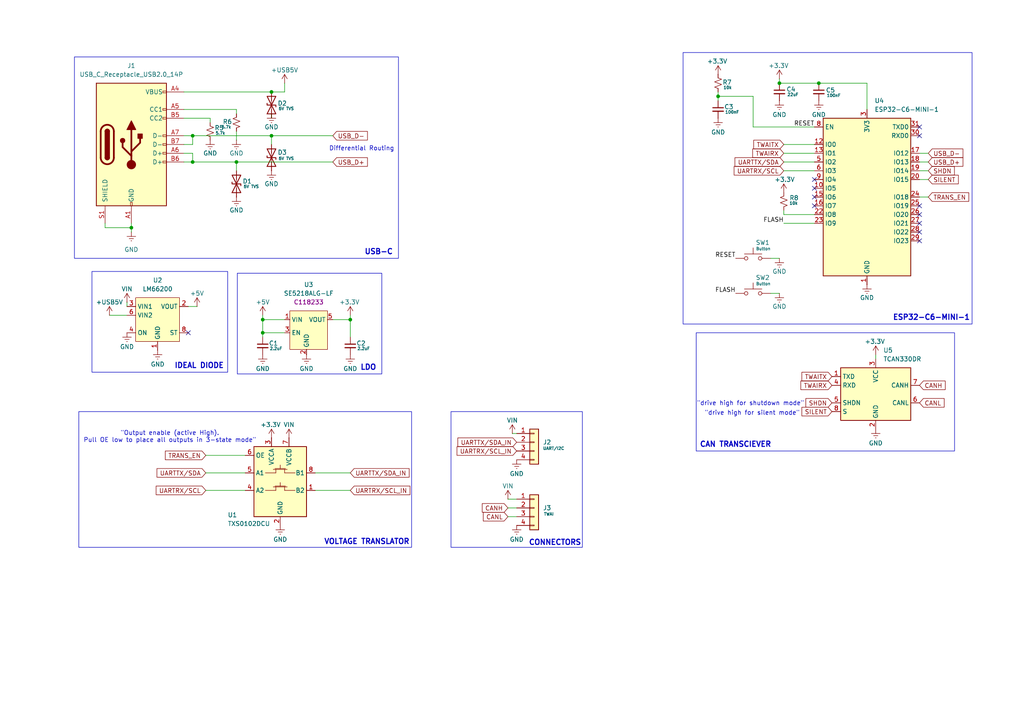
<source format=kicad_sch>
(kicad_sch (version 20231120) (generator "eeschema") (generator_version "8.0")
  (paper "A4")
  (lib_symbols
    (symbol "Connector:USB_C_Receptacle_USB2.0_14P" (pin_names (offset 1.016))
      (property "Reference" "J" (at 0 22.225 0))
      (property "Value" "USB_C_Receptacle_USB2.0_14P" (at 0 19.685 0))
      (symbol "USB_C_Receptacle_USB2.0_14P_0_0"
        (rectangle (start -0.254 -17.78) (end 0.254 -16.764))
        (rectangle (start 10.16 -4.826) (end 9.144 -5.334))
        (rectangle (start 10.16 -2.286) (end 9.144 -2.794))
        (rectangle (start 10.16 0.254) (end 9.144 -0.254))
        (rectangle (start 10.16 2.794) (end 9.144 2.286))
        (rectangle (start 10.16 7.874) (end 9.144 7.366))
        (rectangle (start 10.16 10.414) (end 9.144 9.906))
        (rectangle (start 10.16 15.494) (end 9.144 14.986))
      )
      (symbol "USB_C_Receptacle_USB2.0_14P_0_1"
        (rectangle (start -10.16 17.78) (end 10.16 -17.78) (stroke (width 0.254)) (fill (type background)))
        (arc (start -8.89 -3.81) (mid -6.985 -5.7067) (end -5.08 -3.81) (stroke (width 0.508)))
        (arc (start -7.62 -3.81) (mid -6.985 -4.4423) (end -6.35 -3.81) (stroke (width 0.254)))
        (arc (start -7.62 -3.81) (mid -6.985 -4.4423) (end -6.35 -3.81) (stroke (width 0.254)) (fill (type outline)))
        (rectangle (start -7.62 -3.81) (end -6.35 3.81) (stroke (width 0.254)) (fill (type outline)))
        (arc (start -6.35 3.81) (mid -6.985 4.4423) (end -7.62 3.81) (stroke (width 0.254)))
        (arc (start -6.35 3.81) (mid -6.985 4.4423) (end -7.62 3.81) (stroke (width 0.254)) (fill (type outline)))
        (arc (start -5.08 3.81) (mid -6.985 5.7067) (end -8.89 3.81) (stroke (width 0.508)))
        (circle (center -2.54 1.143) (radius 0.635) (stroke (width 0.254)) (fill (type outline)))
        (circle (center 0 -5.842) (radius 1.27) (fill (type outline)))
        (polyline (pts (xy -8.89 -3.81) (xy -8.89 3.81)) (stroke (width 0.508)))
        (polyline (pts (xy -5.08 3.81) (xy -5.08 -3.81)) (stroke (width 0.508)))
        (polyline (pts (xy 0 -5.842) (xy 0 4.318)) (stroke (width 0.508)))
        (polyline (pts (xy 0 -3.302) (xy -2.54 -0.762) (xy -2.54 0.508)) (stroke (width 0.508)))
        (polyline (pts (xy 0 -2.032) (xy 2.54 0.508) (xy 2.54 1.778)) (stroke (width 0.508)))
        (polyline (pts (xy -1.27 4.318) (xy 0 6.858) (xy 1.27 4.318) (xy -1.27 4.318)) (stroke (width 0.254)) (fill (type outline)))
        (rectangle (start 1.905 1.778) (end 3.175 3.048) (stroke (width 0.254)) (fill (type outline)))
      )
      (symbol "USB_C_Receptacle_USB2.0_14P_1_1"
        (pin passive line (at 0 -22.86 90) (length 5.08) (name "GND") (number "A1"))
        (pin passive line (at 0 -22.86 90) (length 5.08) hide (name "GND") (number "A12"))
        (pin passive line (at 15.24 15.24 180) (length 5.08) (name "VBUS") (number "A4"))
        (pin bidirectional line (at 15.24 10.16 180) (length 5.08) (name "CC1") (number "A5"))
        (pin bidirectional line (at 15.24 -2.54 180) (length 5.08) (name "D+") (number "A6"))
        (pin bidirectional line (at 15.24 2.54 180) (length 5.08) (name "D-") (number "A7"))
        (pin passive line (at 15.24 15.24 180) (length 5.08) hide (name "VBUS") (number "A9"))
        (pin passive line (at 0 -22.86 90) (length 5.08) hide (name "GND") (number "B1"))
        (pin passive line (at 0 -22.86 90) (length 5.08) hide (name "GND") (number "B12"))
        (pin passive line (at 15.24 15.24 180) (length 5.08) hide (name "VBUS") (number "B4"))
        (pin bidirectional line (at 15.24 7.62 180) (length 5.08) (name "CC2") (number "B5"))
        (pin bidirectional line (at 15.24 -5.08 180) (length 5.08) (name "D+") (number "B6"))
        (pin bidirectional line (at 15.24 0 180) (length 5.08) (name "D-") (number "B7"))
        (pin passive line (at 15.24 15.24 180) (length 5.08) hide (name "VBUS") (number "B9"))
        (pin passive line (at -7.62 -22.86 90) (length 5.08) (name "SHIELD") (number "S1"))
      )
    )
    (symbol "Connector_Generic:Conn_01x04" (pin_names (offset 1.016) hide)
      (property "Reference" "J" (at 0 5.08 0))
      (property "Value" "Conn_01x04" (at 0 -7.62 0))
      (symbol "Conn_01x04_1_1"
        (rectangle (start -1.27 -4.953) (end 0 -5.207) (stroke (width 0.1524)))
        (rectangle (start -1.27 -2.413) (end 0 -2.667) (stroke (width 0.1524)))
        (rectangle (start -1.27 0.127) (end 0 -0.127) (stroke (width 0.1524)))
        (rectangle (start -1.27 2.667) (end 0 2.413) (stroke (width 0.1524)))
        (rectangle (start -1.27 3.81) (end 1.27 -6.35) (stroke (width 0.254)) (fill (type background)))
        (pin passive line (at -5.08 2.54 0) (length 3.81) (name "Pin_1") (number "1"))
        (pin passive line (at -5.08 0 0) (length 3.81) (name "Pin_2") (number "2"))
        (pin passive line (at -5.08 -2.54 0) (length 3.81) (name "Pin_3") (number "3"))
        (pin passive line (at -5.08 -5.08 0) (length 3.81) (name "Pin_4") (number "4"))
      )
    )
    (symbol "Device:C_Small" (pin_numbers hide) (pin_names (offset 0.254) hide)
      (property "Reference" "C" (at 0.254 1.778 0))
      (property "Value" "C_Small" (at 0.254 -2.032 0))
      (symbol "C_Small_0_1"
        (polyline (pts (xy -1.524 -0.508) (xy 1.524 -0.508)) (stroke (width 0.3302)))
        (polyline (pts (xy -1.524 0.508) (xy 1.524 0.508)) (stroke (width 0.3048)))
      )
      (symbol "C_Small_1_1"
        (pin passive line (at 0 2.54 270) (length 2.032) (name "~") (number "1"))
        (pin passive line (at 0 -2.54 90) (length 2.032) (name "~") (number "2"))
      )
    )
    (symbol "Device:D_TVS" (pin_numbers hide) (pin_names (offset 1.016) hide)
      (property "Reference" "D" (at 0 2.54 0))
      (property "Value" "D_TVS" (at 0 -2.54 0))
      (symbol "D_TVS_0_1"
        (polyline (pts (xy 1.27 0) (xy -1.27 0)))
        (polyline (pts (xy 0.508 1.27) (xy 0 1.27) (xy 0 -1.27) (xy -0.508 -1.27)) (stroke (width 0.254)))
        (polyline (pts (xy -2.54 1.27) (xy -2.54 -1.27) (xy 2.54 1.27) (xy 2.54 -1.27) (xy -2.54 1.27)) (stroke (width 0.254)))
      )
      (symbol "D_TVS_1_1"
        (pin passive line (at -3.81 0 0) (length 2.54) (name "A1") (number "1"))
        (pin passive line (at 3.81 0 180) (length 2.54) (name "A2") (number "2"))
      )
    )
    (symbol "Device:R_Small_US" (pin_numbers hide) (pin_names (offset 0.254) hide)
      (property "Reference" "R" (at 0.762 0.508 0))
      (property "Value" "R_Small_US" (at 0.762 -1.016 0))
      (symbol "R_Small_US_1_1"
        (polyline (pts (xy 0 0) (xy 1.016 -0.381) (xy 0 -0.762) (xy -1.016 -1.143) (xy 0 -1.524)))
        (polyline (pts (xy 0 1.524) (xy 1.016 1.143) (xy 0 0.762) (xy -1.016 0.381) (xy 0 0)))
        (pin passive line (at 0 2.54 270) (length 1.016) (name "~") (number "1"))
        (pin passive line (at 0 -2.54 90) (length 1.016) (name "~") (number "2"))
      )
    )
    (symbol "Interface_CAN_LIN:TCAN330"
      (property "Reference" "U" (at -10.16 8.89 0))
      (property "Value" "TCAN330" (at 2.54 8.89 0))
      (symbol "TCAN330_0_1"
        (rectangle (start -10.16 7.62) (end 10.16 -7.62) (stroke (width 0.254)) (fill (type background)))
      )
      (symbol "TCAN330_1_1"
        (pin input line (at -12.7 5.08 0) (length 2.54) (name "TXD") (number "1"))
        (pin power_in line (at 0 -10.16 90) (length 2.54) (name "GND") (number "2"))
        (pin power_in line (at 0 10.16 270) (length 2.54) (name "VCC") (number "3"))
        (pin tri_state line (at -12.7 2.54 0) (length 2.54) (name "RXD") (number "4"))
        (pin input line (at -12.7 -2.54 0) (length 2.54) (name "SHDN") (number "5"))
        (pin bidirectional line (at 12.7 -2.54 180) (length 2.54) (name "CANL") (number "6"))
        (pin bidirectional line (at 12.7 2.54 180) (length 2.54) (name "CANH") (number "7"))
        (pin input line (at -12.7 -5.08 0) (length 2.54) (name "S") (number "8"))
      )
    )
    (symbol "Logic_LevelTranslator:TXS0102DCU"
      (property "Reference" "U" (at -6.35 11.43 0))
      (property "Value" "TXS0102DCU" (at 3.81 11.43 0))
      (symbol "TXS0102DCU_0_1"
        (rectangle (start -7.62 10.16) (end 7.62 -10.16) (stroke (width 0.254)) (fill (type background)))
        (polyline (pts (xy -4.318 -2.54) (xy -1.27 -2.54)))
        (polyline (pts (xy -2.032 -1.524) (xy 2.032 -1.524)))
        (polyline (pts (xy -1.524 -1.27) (xy 1.524 -1.27)))
        (polyline (pts (xy -1.27 -2.54) (xy -1.27 -1.524)))
        (polyline (pts (xy 0 -1.27) (xy 0 -0.254)))
        (polyline (pts (xy 1.27 -2.54) (xy 1.27 -1.524)))
        (polyline (pts (xy 4.318 -2.54) (xy 1.27 -2.54)))
      )
      (symbol "TXS0102DCU_1_1"
        (polyline (pts (xy -4.318 2.54) (xy -1.27 2.54)))
        (polyline (pts (xy -2.032 3.556) (xy 2.032 3.556)))
        (polyline (pts (xy -1.524 3.81) (xy 1.524 3.81)))
        (polyline (pts (xy -1.27 2.54) (xy -1.27 3.556)))
        (polyline (pts (xy 0 3.81) (xy 0 4.826)))
        (polyline (pts (xy 1.27 2.54) (xy 1.27 3.556)))
        (polyline (pts (xy 4.318 2.54) (xy 1.27 2.54)))
        (pin bidirectional line (at 10.16 -2.54 180) (length 2.54) (name "B2") (number "1"))
        (pin power_in line (at 0 -12.7 90) (length 2.54) (name "GND") (number "2"))
        (pin power_in line (at -2.54 12.7 270) (length 2.54) (name "VCCA") (number "3"))
        (pin bidirectional line (at -10.16 -2.54 0) (length 2.54) (name "A2") (number "4"))
        (pin bidirectional line (at -10.16 2.54 0) (length 2.54) (name "A1") (number "5"))
        (pin input line (at -10.16 7.62 0) (length 2.54) (name "OE") (number "6"))
        (pin power_in line (at 2.54 12.7 270) (length 2.54) (name "VCCB") (number "7"))
        (pin bidirectional line (at 10.16 2.54 180) (length 2.54) (name "B1") (number "8"))
      )
    )
    (symbol "RF_Module:ESP32-C6-MINI-1"
      (property "Reference" "U" (at -11.43 24.13 0))
      (property "Value" "ESP32-C6-MINI-1" (at 12.7 24.13 0))
      (symbol "ESP32-C6-MINI-1_0_1"
        (rectangle (start -12.7 22.86) (end 12.7 -22.86) (stroke (width 0.254)) (fill (type background)))
      )
      (symbol "ESP32-C6-MINI-1_1_1"
        (pin power_in line (at 0 -25.4 90) (length 2.54) (name "GND") (number "1"))
        (pin bidirectional line (at -15.24 2.54 0) (length 2.54) (name "IO5") (number "10"))
        (pin passive line (at 0 -25.4 90) (length 2.54) hide (name "GND") (number "11"))
        (pin bidirectional line (at -15.24 15.24 0) (length 2.54) (name "IO0") (number "12"))
        (pin bidirectional line (at -15.24 12.7 0) (length 2.54) (name "IO1") (number "13"))
        (pin passive line (at 0 -25.4 90) (length 2.54) hide (name "GND") (number "14"))
        (pin bidirectional line (at -15.24 0 0) (length 2.54) (name "IO6") (number "15"))
        (pin bidirectional line (at -15.24 -2.54 0) (length 2.54) (name "IO7") (number "16"))
        (pin bidirectional line (at 15.24 12.7 180) (length 2.54) (name "IO12") (number "17"))
        (pin bidirectional line (at 15.24 10.16 180) (length 2.54) (name "IO13") (number "18"))
        (pin bidirectional line (at 15.24 7.62 180) (length 2.54) (name "IO14") (number "19"))
        (pin passive line (at 0 -25.4 90) (length 2.54) hide (name "GND") (number "2"))
        (pin bidirectional line (at 15.24 5.08 180) (length 2.54) (name "IO15") (number "20"))
        (pin no_connect line (at 12.7 -20.32 180) (length 2.54) hide (name "NC") (number "21"))
        (pin bidirectional line (at -15.24 -5.08 0) (length 2.54) (name "IO8") (number "22"))
        (pin bidirectional line (at -15.24 -7.62 0) (length 2.54) (name "IO9") (number "23"))
        (pin bidirectional line (at 15.24 0 180) (length 2.54) (name "IO18") (number "24"))
        (pin bidirectional line (at 15.24 -2.54 180) (length 2.54) (name "IO19") (number "25"))
        (pin bidirectional line (at 15.24 -5.08 180) (length 2.54) (name "IO20") (number "26"))
        (pin bidirectional line (at 15.24 -7.62 180) (length 2.54) (name "IO21") (number "27"))
        (pin bidirectional line (at 15.24 -10.16 180) (length 2.54) (name "IO22") (number "28"))
        (pin bidirectional line (at 15.24 -12.7 180) (length 2.54) (name "IO23") (number "29"))
        (pin power_in line (at 0 25.4 270) (length 2.54) (name "3V3") (number "3"))
        (pin bidirectional line (at 15.24 17.78 180) (length 2.54) (name "RXD0") (number "30"))
        (pin bidirectional line (at 15.24 20.32 180) (length 2.54) (name "TXD0") (number "31"))
        (pin no_connect line (at -12.7 -12.7 0) (length 2.54) hide (name "NC") (number "32"))
        (pin no_connect line (at -12.7 -15.24 0) (length 2.54) hide (name "NC") (number "33"))
        (pin no_connect line (at -12.7 -17.78 0) (length 2.54) hide (name "NC") (number "34"))
        (pin no_connect line (at -12.7 -20.32 0) (length 2.54) hide (name "NC") (number "35"))
        (pin passive line (at 0 -25.4 90) (length 2.54) hide (name "GND") (number "36"))
        (pin passive line (at 0 -25.4 90) (length 2.54) hide (name "GND") (number "37"))
        (pin passive line (at 0 -25.4 90) (length 2.54) hide (name "GND") (number "38"))
        (pin passive line (at 0 -25.4 90) (length 2.54) hide (name "GND") (number "39"))
        (pin no_connect line (at 12.7 -15.24 180) (length 2.54) hide (name "NC") (number "4"))
        (pin passive line (at 0 -25.4 90) (length 2.54) hide (name "GND") (number "40"))
        (pin passive line (at 0 -25.4 90) (length 2.54) hide (name "GND") (number "41"))
        (pin passive line (at 0 -25.4 90) (length 2.54) hide (name "GND") (number "42"))
        (pin passive line (at 0 -25.4 90) (length 2.54) hide (name "GND") (number "43"))
        (pin passive line (at 0 -25.4 90) (length 2.54) hide (name "GND") (number "44"))
        (pin passive line (at 0 -25.4 90) (length 2.54) hide (name "GND") (number "45"))
        (pin passive line (at 0 -25.4 90) (length 2.54) hide (name "GND") (number "46"))
        (pin passive line (at 0 -25.4 90) (length 2.54) hide (name "GND") (number "47"))
        (pin passive line (at 0 -25.4 90) (length 2.54) hide (name "GND") (number "48"))
        (pin passive line (at 0 -25.4 90) (length 2.54) hide (name "GND") (number "49"))
        (pin bidirectional line (at -15.24 10.16 0) (length 2.54) (name "IO2") (number "5"))
        (pin passive line (at 0 -25.4 90) (length 2.54) hide (name "GND") (number "50"))
        (pin passive line (at 0 -25.4 90) (length 2.54) hide (name "GND") (number "51"))
        (pin passive line (at 0 -25.4 90) (length 2.54) hide (name "GND") (number "52"))
        (pin passive line (at 0 -25.4 90) (length 2.54) hide (name "GND") (number "53"))
        (pin bidirectional line (at -15.24 7.62 0) (length 2.54) (name "IO3") (number "6"))
        (pin no_connect line (at 12.7 -17.78 180) (length 2.54) hide (name "NC") (number "7"))
        (pin input line (at -15.24 20.32 0) (length 2.54) (name "EN") (number "8"))
        (pin bidirectional line (at -15.24 5.08 0) (length 2.54) (name "IO4") (number "9"))
      )
    )
    (symbol "Switch:SW_Push" (pin_numbers hide) (pin_names (offset 1.016) hide)
      (property "Reference" "SW" (at 1.27 2.54 0))
      (property "Value" "SW_Push" (at 0 -1.524 0))
      (symbol "SW_Push_0_1"
        (circle (center -2.032 0) (radius 0.508))
        (polyline (pts (xy 0 1.27) (xy 0 3.048)))
        (polyline (pts (xy 2.54 1.27) (xy -2.54 1.27)))
        (circle (center 2.032 0) (radius 0.508))
        (pin passive line (at -5.08 0 0) (length 2.54) (name "1") (number "1"))
        (pin passive line (at 5.08 0 180) (length 2.54) (name "2") (number "2"))
      )
    )
    (symbol "components:LM66200"
      (property "Reference" "U" (at -6.35 8.636 0))
      (property "Value" "LM66200" (at -6.35 7.112 0))
      (symbol "LM66200_0_0"
        (pin power_in line (at 0 -8.89 90) (length 2.54) (name "GND") (number "1"))
        (pin power_out line (at 8.89 3.81 180) (length 2.54) (name "VOUT") (number "2"))
        (pin power_in line (at -8.89 3.81 0) (length 2.54) (name "VIN1") (number "3"))
        (pin input line (at -8.89 -3.81 0) (length 2.54) (name "ON") (number "4"))
      )
      (symbol "LM66200_1_0"
        (pin power_in line (at 0 -8.89 90) (length 2.54) hide (name "GND") (number "5"))
        (pin power_in line (at -8.89 1.27 0) (length 2.54) (name "VIN2") (number "6"))
        (pin power_out line (at 8.89 3.81 180) (length 2.54) hide (name "VOUT") (number "7"))
        (pin output line (at 8.89 -3.81 180) (length 2.54) (name "ST") (number "8"))
      )
      (symbol "LM66200_1_1"
        (rectangle (start -6.35 6.35) (end 6.35 -6.35) (fill (type background)))
      )
    )
    (symbol "components:SE5218ALG-LF"
      (property "Reference" "U" (at 0 8.382 0))
      (property "Value" "SE5218ALG-LF" (at 0.508 6.35 0))
      (property "LCSC#" "C118233" (at 0 0 0))
      (symbol "SE5218ALG-LF_0_1"
        (rectangle (start -4.826 5.08) (end 6.096 -6.096) (fill (type background)))
      )
      (symbol "SE5218ALG-LF_1_1"
        (pin passive line (at -6.35 2.54 0) (length 1.524) (name "VIN") (number "1"))
        (pin passive line (at 0 -7.62 90) (length 1.524) (name "GND") (number "2"))
        (pin passive line (at -6.35 -1.27 0) (length 1.524) (name "EN") (number "3"))
        (pin passive line (at 7.62 2.54 180) (length 1.524) (name "VOUT") (number "5"))
      )
    )
    (symbol "power:+3.3V" (power) (pin_numbers hide) (pin_names (offset 0) hide)
      (property "Value" "+3.3V" (at 0 3.556 0))
      (symbol "+3.3V_0_1"
        (polyline (pts (xy -0.762 1.27) (xy 0 2.54)))
        (polyline (pts (xy 0 0) (xy 0 2.54)))
        (polyline (pts (xy 0 2.54) (xy 0.762 1.27)))
      )
      (symbol "+3.3V_1_1"
        (pin power_in line (at 0 0 90) (length 0) (name "~") (number "1"))
      )
    )
    (symbol "power:+5V" (power) (pin_numbers hide) (pin_names (offset 0) hide)
      (property "Value" "+5V" (at 0 3.556 0))
      (symbol "+5V_0_1"
        (polyline (pts (xy -0.762 1.27) (xy 0 2.54)))
        (polyline (pts (xy 0 0) (xy 0 2.54)))
        (polyline (pts (xy 0 2.54) (xy 0.762 1.27)))
      )
      (symbol "+5V_1_1"
        (pin power_in line (at 0 0 90) (length 0) (name "~") (number "1"))
      )
    )
    (symbol "power:Earth" (power) (pin_numbers hide) (pin_names (offset 0) hide)
      (property "Value" "Earth" (at 0 -3.81 0))
      (symbol "Earth_0_1"
        (polyline (pts (xy -0.635 -1.905) (xy 0.635 -1.905)))
        (polyline (pts (xy -0.127 -2.54) (xy 0.127 -2.54)))
        (polyline (pts (xy 0 -1.27) (xy 0 0)))
        (polyline (pts (xy 1.27 -1.27) (xy -1.27 -1.27)))
      )
      (symbol "Earth_1_1"
        (pin power_in line (at 0 0 270) (length 0) (name "~") (number "1"))
      )
    )
  )
  (junction (at 78.74 39.37))
  (junction (at 68.58 46.99))
  (junction (at 78.74 26.67))
  (junction (at 38.1 66.04))
  (junction (at 208.28 27.94))
  (junction (at 226.06 24.13))
  (junction (at 76.2 92.71))
  (junction (at 55.88 39.37))
  (junction (at 76.2 96.52))
  (junction (at 237.49 24.13))
  (junction (at 101.6 92.71))
  (junction (at 55.88 46.99))
  (no_connect (at 266.7 59.69))
  (no_connect (at 236.22 57.15))
  (no_connect (at 236.22 52.07))
  (no_connect (at 266.7 67.31))
  (no_connect (at 236.22 54.61))
  (no_connect (at 266.7 62.23))
  (no_connect (at 266.7 39.37))
  (no_connect (at 266.7 69.85))
  (no_connect (at 54.61 96.52))
  (no_connect (at 236.22 59.69))
  (no_connect (at 266.7 64.77))
  (no_connect (at 266.7 36.83))
  (wire (pts (xy 31.75 91.44) (xy 36.83 91.44)))
  (wire (pts (xy 237.49 24.13) (xy 251.46 24.13)))
  (wire (pts (xy 148.59 125.73) (xy 149.86 125.73)))
  (wire (pts (xy 38.1 66.04) (xy 38.1 64.77)))
  (wire (pts (xy 68.58 40.64) (xy 68.58 38.1)))
  (wire (pts (xy 53.34 44.45) (xy 55.88 44.45)))
  (wire (pts (xy 55.88 44.45) (xy 55.88 46.99)))
  (wire (pts (xy 59.69 142.24) (xy 71.12 142.24)))
  (wire (pts (xy 78.74 26.67) (xy 82.55 26.67)))
  (wire (pts (xy 91.44 137.16) (xy 101.6 137.16)))
  (wire (pts (xy 254 102.87) (xy 254 104.14)))
  (wire (pts (xy 227.33 41.91) (xy 236.22 41.91)))
  (wire (pts (xy 147.32 149.86) (xy 149.86 149.86)))
  (wire (pts (xy 91.44 142.24) (xy 101.6 142.24)))
  (wire (pts (xy 101.6 97.79) (xy 101.6 92.71)))
  (wire (pts (xy 68.58 46.99) (xy 96.52 46.99)))
  (wire (pts (xy 218.44 36.83) (xy 236.22 36.83)))
  (wire (pts (xy 227.33 60.96) (xy 227.33 62.23)))
  (wire (pts (xy 251.46 24.13) (xy 251.46 31.75)))
  (wire (pts (xy 226.06 22.86) (xy 226.06 24.13)))
  (wire (pts (xy 269.24 49.53) (xy 266.7 49.53)))
  (wire (pts (xy 78.74 39.37) (xy 78.74 41.91)))
  (wire (pts (xy 53.34 34.29) (xy 60.96 34.29)))
  (wire (pts (xy 78.74 39.37) (xy 96.52 39.37)))
  (wire (pts (xy 60.96 34.29) (xy 60.96 35.56)))
  (wire (pts (xy 208.28 26.67) (xy 208.28 27.94)))
  (wire (pts (xy 269.24 46.99) (xy 266.7 46.99)))
  (wire (pts (xy 68.58 46.99) (xy 68.58 49.53)))
  (wire (pts (xy 55.88 41.91) (xy 53.34 41.91)))
  (wire (pts (xy 227.33 49.53) (xy 236.22 49.53)))
  (wire (pts (xy 147.32 147.32) (xy 149.86 147.32)))
  (wire (pts (xy 226.06 24.13) (xy 237.49 24.13)))
  (wire (pts (xy 76.2 91.44) (xy 76.2 92.71)))
  (wire (pts (xy 101.6 92.71) (xy 96.52 92.71)))
  (wire (pts (xy 55.88 46.99) (xy 53.34 46.99)))
  (wire (pts (xy 269.24 52.07) (xy 266.7 52.07)))
  (wire (pts (xy 30.48 66.04) (xy 38.1 66.04)))
  (wire (pts (xy 227.33 64.77) (xy 236.22 64.77)))
  (wire (pts (xy 55.88 39.37) (xy 78.74 39.37)))
  (wire (pts (xy 76.2 97.79) (xy 76.2 96.52)))
  (wire (pts (xy 68.58 31.75) (xy 68.58 33.02)))
  (wire (pts (xy 59.69 137.16) (xy 71.12 137.16)))
  (wire (pts (xy 53.34 39.37) (xy 55.88 39.37)))
  (wire (pts (xy 76.2 92.71) (xy 82.55 92.71)))
  (wire (pts (xy 227.33 46.99) (xy 236.22 46.99)))
  (wire (pts (xy 218.44 27.94) (xy 218.44 36.83)))
  (wire (pts (xy 101.6 91.44) (xy 101.6 92.71)))
  (wire (pts (xy 147.32 144.78) (xy 149.86 144.78)))
  (wire (pts (xy 76.2 96.52) (xy 76.2 92.71)))
  (wire (pts (xy 30.48 66.04) (xy 30.48 64.77)))
  (wire (pts (xy 82.55 24.13) (xy 82.55 26.67)))
  (wire (pts (xy 38.1 67.31) (xy 38.1 66.04)))
  (wire (pts (xy 208.28 29.21) (xy 208.28 27.94)))
  (wire (pts (xy 78.74 33.02) (xy 78.74 34.29)))
  (wire (pts (xy 227.33 44.45) (xy 236.22 44.45)))
  (wire (pts (xy 82.55 96.52) (xy 76.2 96.52)))
  (wire (pts (xy 208.28 27.94) (xy 218.44 27.94)))
  (wire (pts (xy 53.34 26.67) (xy 78.74 26.67)))
  (wire (pts (xy 55.88 39.37) (xy 55.88 41.91)))
  (wire (pts (xy 57.15 88.9) (xy 54.61 88.9)))
  (wire (pts (xy 227.33 62.23) (xy 236.22 62.23)))
  (wire (pts (xy 269.24 57.15) (xy 266.7 57.15)))
  (wire (pts (xy 269.24 44.45) (xy 266.7 44.45)))
  (wire (pts (xy 226.06 74.93) (xy 223.52 74.93)))
  (wire (pts (xy 59.69 132.08) (xy 71.12 132.08)))
  (wire (pts (xy 36.83 87.63) (xy 36.83 88.9)))
  (wire (pts (xy 226.06 85.09) (xy 223.52 85.09)))
  (wire (pts (xy 53.34 31.75) (xy 68.58 31.75)))
  (wire (pts (xy 55.88 46.99) (xy 68.58 46.99)))
  (rectangle (start 198.12 15.24) (end 281.94 93.98))
  (rectangle (start 21.59 16.51) (end 115.57 74.93))
  (rectangle (start 68.834 79.248) (end 110.744 108.458))
  (rectangle (start 22.86 119.38) (end 119.38 158.75))
  (rectangle (start 201.93 96.52) (end 276.86 130.81))
  (rectangle (start 130.81 119.38) (end 168.91 158.75))
  (rectangle (start 26.67 78.74) (end 66.04 107.95))
  (text "\"drive high for silent mode\"" (at 218.186 119.888 0) (effects (font (size 1.27 1.27))))
  (text "\"Output enable (active High).\nPull OE low to place all outputs in 3-state mode\"" (at 49.276 126.746 0) (effects (font (size 1.27 1.27))))
  (text "USB-C" (at 114.046 73.152 0) (effects (font (size 1.524 1.524) (thickness 0.3048) (bold yes)) (justify right)))
  (text "Differential Routing" (at 104.902 43.18 0) (effects (font (size 1.27 1.27))))
  (text "VOLTAGE TRANSLATOR" (at 118.872 157.226 0) (effects (font (size 1.524 1.524) (thickness 0.3048) (bold yes)) (justify right)))
  (text "CONNECTORS" (at 168.656 157.48 0) (effects (font (size 1.524 1.524) (thickness 0.3048) (bold yes)) (justify right)))
  (text "\"drive high for shutdown mode\"" (at 217.678 117.094 0) (effects (font (size 1.27 1.27))))
  (text "ESP32-C6-MINI-1" (at 281.432 92.202 0) (effects (font (size 1.524 1.524) (thickness 0.3048) (bold yes)) (justify right)))
  (text "IDEAL DIODE" (at 65.024 106.172 0) (effects (font (size 1.524 1.524) (thickness 0.3048) (bold yes)) (justify right)))
  (text "LDO" (at 109.22 106.68 0) (effects (font (size 1.524 1.524) (thickness 0.3048) (bold yes)) (justify right)))
  (text "CAN TRANSCIEVER" (at 223.774 129.032 0) (effects (font (size 1.524 1.524) (thickness 0.3048) (bold yes)) (justify right)))
  (label "FLASH" (at 213.36 85.09 180) (effects (font (thickness 0.1588))))
  (label "RESET" (at 213.36 74.93 180) (effects (font (thickness 0.1588))))
  (label "RESET" (at 236.22 36.83 180) (effects (font (thickness 0.1588))))
  (label "FLASH" (at 227.33 64.77 180) (effects (font (thickness 0.1588))))
  (global_label "UARTRX/SCL" (shape input) (at 227.33 49.53 180) (property "Intersheetrefs" "${INTERSHEET_REFS}" (effects (hide yes))))
  (global_label "UARTRX/SCL_IN" (shape input) (at 101.6 142.24 0) (property "Intersheetrefs" "${INTERSHEET_REFS}" (effects (hide yes))))
  (global_label "TWAIRX" (shape input) (at 227.33 44.45 180) (property "Intersheetrefs" "${INTERSHEET_REFS}" (effects (hide yes))))
  (global_label "CANH" (shape input) (at 266.7 111.76 0) (property "Intersheetrefs" "${INTERSHEET_REFS}" (effects (hide yes))))
  (global_label "SHDN" (shape input) (at 269.24 49.53 0) (property "Intersheetrefs" "${INTERSHEET_REFS}" (effects (hide yes))))
  (global_label "SHDN" (shape input) (at 241.3 116.84 180) (property "Intersheetrefs" "${INTERSHEET_REFS}" (effects (hide yes))))
  (global_label "USB_D+" (shape input) (at 269.24 46.99 0) (property "Intersheetrefs" "${INTERSHEET_REFS}" (effects (hide yes))))
  (global_label "USB_D+" (shape input) (at 96.52 46.99 0) (property "Intersheetrefs" "${INTERSHEET_REFS}" (effects (hide yes))))
  (global_label "TRANS_EN" (shape input) (at 269.24 57.15 0) (property "Intersheetrefs" "${INTERSHEET_REFS}" (effects (hide yes))))
  (global_label "CANH" (shape input) (at 147.32 147.32 180) (property "Intersheetrefs" "${INTERSHEET_REFS}" (effects (hide yes))))
  (global_label "SILENT" (shape input) (at 269.24 52.07 0) (property "Intersheetrefs" "${INTERSHEET_REFS}" (effects (hide yes))))
  (global_label "USB_D-" (shape input) (at 269.24 44.45 0) (property "Intersheetrefs" "${INTERSHEET_REFS}" (effects (hide yes))))
  (global_label "UARTTX/SDA_IN" (shape input) (at 101.6 137.16 0) (property "Intersheetrefs" "${INTERSHEET_REFS}" (effects (hide yes))))
  (global_label "UARTRX/SCL_IN" (shape input) (at 149.86 130.81 180) (property "Intersheetrefs" "${INTERSHEET_REFS}" (effects (hide yes))))
  (global_label "UARTTX/SDA" (shape input) (at 227.33 46.99 180) (property "Intersheetrefs" "${INTERSHEET_REFS}" (effects (hide yes))))
  (global_label "TWAITX" (shape input) (at 227.33 41.91 180) (property "Intersheetrefs" "${INTERSHEET_REFS}" (effects (hide yes))))
  (global_label "TRANS_EN" (shape input) (at 59.69 132.08 180) (property "Intersheetrefs" "${INTERSHEET_REFS}" (effects (hide yes))))
  (global_label "UARTTX/SDA" (shape input) (at 59.69 137.16 180) (property "Intersheetrefs" "${INTERSHEET_REFS}" (effects (hide yes))))
  (global_label "USB_D-" (shape input) (at 96.52 39.37 0) (property "Intersheetrefs" "${INTERSHEET_REFS}" (effects (hide yes))))
  (global_label "TWAIRX" (shape input) (at 241.3 111.76 180) (property "Intersheetrefs" "${INTERSHEET_REFS}" (effects (hide yes))))
  (global_label "CANL" (shape input) (at 266.7 116.84 0) (property "Intersheetrefs" "${INTERSHEET_REFS}" (effects (hide yes))))
  (global_label "CANL" (shape input) (at 147.32 149.86 180) (property "Intersheetrefs" "${INTERSHEET_REFS}" (effects (hide yes))))
  (global_label "UARTTX/SDA_IN" (shape input) (at 149.86 128.27 180) (property "Intersheetrefs" "${INTERSHEET_REFS}" (effects (hide yes))))
  (global_label "TWAITX" (shape input) (at 241.3 109.22 180) (property "Intersheetrefs" "${INTERSHEET_REFS}" (effects (hide yes))))
  (global_label "UARTRX/SCL" (shape input) (at 59.69 142.24 180) (property "Intersheetrefs" "${INTERSHEET_REFS}" (effects (hide yes))))
  (global_label "SILENT" (shape input) (at 241.3 119.38 180) (property "Intersheetrefs" "${INTERSHEET_REFS}" (effects (hide yes))))
  (symbol (lib_id "power:Earth") (at 208.28 34.29 0) (unit 1)
    (property "Reference" "#PWR028" (effects (hide yes)))
    (property "Value" "GND" (at 208.28 38.354 0))
    (property "Description" "Power symbol creates a global label with name \"Earth\"" (effects (hide yes)))
  )
  (symbol (lib_id "power:+5V") (at 76.2 91.44 0) (unit 1)
    (property "Reference" "#PWR017" (effects (hide yes)))
    (property "Value" "+5V" (at 76.2 87.63 0))
    (property "Description" "Power symbol creates a global label with name \"+5V\"" (effects (hide yes)))
  )
  (symbol (lib_id "Switch:SW_Push") (at 218.44 85.09 0) (unit 1)
    (property "Reference" "SW2" (at 223.266 80.518 0) (effects (justify right)))
    (property "Value" "Button" (at 223.52 82.296 0) (effects (font (size 0.8467 0.8467)) (justify right)))
    (property "Footprint" "footprints:SW-SMD_L3.9-W3.0-P4.45" (effects (hide yes)))
    (property "Datasheet" "https://www.lcsc.com/datasheet/lcsc_datasheet_2409302330_XUNPU-TS-1088-AR02016_C720477.pdf" (effects (hide yes)))
    (property "Description" "Push button switch, generic, two pins" (effects (hide yes)))
    (property "LCSC#" "C720477" (effects (hide yes)))
  )
  (symbol (lib_id "Device:D_TVS") (at 78.74 45.72 90) (unit 1)
    (property "Reference" "D3" (at 80.518 44.196 90) (effects (justify right)))
    (property "Value" "6V TVS" (at 80.772 45.974 90) (effects (font (size 0.8467 0.8467)) (justify right)))
    (property "Footprint" "Diode_SMD:D_0402_1005Metric" (effects (hide yes)))
    (property "Datasheet" "https://www.lcsc.com/datasheet/lcsc_datasheet_2304171630_BORN-RCLAMP0521P-N_C316043.pdf" (effects (hide yes)))
    (property "Description" "Bidirectional transient-voltage-suppression diode" (effects (hide yes)))
    (property "LCSC#" "C316043" (effects (hide yes)))
  )
  (symbol (lib_id "power:Earth") (at 76.2 102.87 0) (unit 1)
    (property "Reference" "#PWR018" (effects (hide yes)))
    (property "Value" "GND" (at 76.2 106.934 0))
    (property "Description" "Power symbol creates a global label with name \"Earth\"" (effects (hide yes)))
  )
  (symbol (lib_id "power:Earth") (at 149.86 133.35 0) (unit 1)
    (property "Reference" "#PWR023" (effects (hide yes)))
    (property "Value" "GND" (at 149.86 137.414 0))
    (property "Description" "Power symbol creates a global label with name \"Earth\"" (effects (hide yes)))
  )
  (symbol (lib_id "power:Earth") (at 45.72 101.6 0) (unit 1)
    (property "Reference" "#PWR09" (effects (hide yes)))
    (property "Value" "GND" (at 45.72 105.664 0))
    (property "Description" "Power symbol creates a global label with name \"Earth\"" (effects (hide yes)))
  )
  (symbol (lib_id "Device:C_Small") (at 226.06 26.67 0) (unit 1)
    (property "Reference" "C4" (at 228.092 25.908 0) (effects (justify left)))
    (property "Value" "22uF" (at 228.346 27.432 0) (effects (font (size 0.8467 0.8467)) (justify left)))
    (property "Footprint" "Capacitor_SMD:C_0805_2012Metric" (effects (hide yes)))
    (property "Datasheet" "https://www.lcsc.com/datasheet/lcsc_datasheet_2410121315_CCTC-TCC0805X5R226K6R3FT_C380337.pdf" (effects (hide yes)))
    (property "Description" "Unpolarized capacitor, small symbol" (effects (hide yes)))
    (property "LCSC#" "C380337" (effects (hide yes)))
  )
  (symbol (lib_id "Logic_LevelTranslator:TXS0102DCU") (at 81.28 139.7 0) (unit 1)
    (property "Reference" "U1" (at 66.04 149.352 0) (effects (justify left)))
    (property "Value" "TXS0102DCU" (at 66.04 151.892 0) (effects (justify left)))
    (property "Footprint" "Package_SO:VSSOP-8_2.3x2mm_P0.5mm" (effects (hide yes)))
    (property "Datasheet" "https://www.lcsc.com/datasheet/lcsc_datasheet_2410121947_Texas-Instruments-TXS0102DCUR_C53434.pdf" (effects (hide yes)))
    (property "Description" "2-Bit Bidirectional Voltage-Level Shifter for Open-Drain and Push-Pull Application, VSSOP-8" (effects (hide yes)))
    (property "LCSC#" "C53434" (effects (hide yes)))
  )
  (symbol (lib_id "Connector_Generic:Conn_01x04") (at 154.94 147.32 0) (unit 1)
    (property "Reference" "J3" (at 157.48 147.3199 0) (effects (justify left)))
    (property "Value" "TWAI" (at 157.734 149.098 0) (effects (font (size 0.8467 0.8467)) (justify left)))
    (property "Footprint" "footprints:CONN-SMD_PH2.0-4PWB" (effects (hide yes)))
    (property "Description" "Generic connector, single row, 01x04, script generated (kicad-library-utils/schlib/autogen/connector/)" (effects (hide yes)))
    (property "LCSC#" "C50137" (effects (hide yes)))
  )
  (symbol (lib_id "Device:C_Small") (at 237.49 26.67 0) (unit 1)
    (property "Reference" "C5" (at 239.522 26.162 0) (effects (justify left)))
    (property "Value" "100nF" (at 239.776 27.686 0) (effects (font (size 0.8467 0.8467)) (justify left)))
    (property "Footprint" "Capacitor_SMD:C_0402_1005Metric" (effects (hide yes)))
    (property "Datasheet" "https://www.lcsc.com/datasheet/lcsc_datasheet_2405231405_HRE-CGA0402X7R104K6R3GT_C22435938.pdf" (effects (hide yes)))
    (property "Description" "Unpolarized capacitor, small symbol" (effects (hide yes)))
    (property "LCSC#" "C22435938" (effects (hide yes)))
  )
  (symbol (lib_id "power:+3.3V") (at 254 102.87 0) (unit 1)
    (property "Reference" "#PWR036" (effects (hide yes)))
    (property "Value" "+3.3V" (at 253.746 99.06 0))
    (property "Description" "Power symbol creates a global label with name \"+3.3V\"" (effects (hide yes)))
  )
  (symbol (lib_id "power:+3.3V") (at 226.06 22.86 0) (unit 1)
    (property "Reference" "#PWR029" (effects (hide yes)))
    (property "Value" "+3.3V" (at 225.806 19.05 0))
    (property "Description" "Power symbol creates a global label with name \"+3.3V\"" (effects (hide yes)))
  )
  (symbol (lib_id "power:+5V") (at 57.15 88.9 0) (unit 1)
    (property "Reference" "#PWR012" (effects (hide yes)))
    (property "Value" "+5V" (at 57.15 85.09 0))
    (property "Description" "Power symbol creates a global label with name \"+5V\"" (effects (hide yes)))
  )
  (symbol (lib_id "Device:R_Small_US") (at 60.96 38.1 0) (unit 1)
    (property "Reference" "R5" (at 62.23 37.084 0) (effects (justify left)))
    (property "Value" "5.7k" (at 62.484 38.608 0) (effects (font (size 0.8467 0.8467)) (justify left)))
    (property "Footprint" "Resistor_SMD:R_0402_1005Metric" (effects (hide yes)))
    (property "Datasheet" "https://www.lcsc.com/datasheet/lcsc_datasheet_2204130915_YAGEO-RT0402BRD075K6L_C852861.pdf" (effects (hide yes)))
    (property "Description" "Resistor, small US symbol" (effects (hide yes)))
    (property "LCSC#" "C852861" (effects (hide yes)))
  )
  (symbol (lib_id "power:Earth") (at 237.49 29.21 0) (unit 1)
    (property "Reference" "#PWR034" (effects (hide yes)))
    (property "Value" "GND" (at 237.49 33.274 0))
    (property "Description" "Power symbol creates a global label with name \"Earth\"" (effects (hide yes)))
  )
  (symbol (lib_id "Device:D_TVS") (at 68.58 53.34 90) (unit 1)
    (property "Reference" "D1" (at 70.358 52.578 90) (effects (justify right)))
    (property "Value" "6V TVS" (at 70.612 54.102 90) (effects (font (size 0.8467 0.8467)) (justify right)))
    (property "Footprint" "Diode_SMD:D_0402_1005Metric" (effects (hide yes)))
    (property "Datasheet" "https://www.lcsc.com/datasheet/lcsc_datasheet_2304171630_BORN-RCLAMP0521P-N_C316043.pdf" (effects (hide yes)))
    (property "Description" "Bidirectional transient-voltage-suppression diode" (effects (hide yes)))
    (property "LCSC#" "C316043" (effects (hide yes)))
  )
  (symbol (lib_id "power:+5V") (at 31.75 91.44 0) (unit 1)
    (property "Reference" "#PWR03" (effects (hide yes)))
    (property "Value" "+USB5V" (at 31.75 87.63 0))
    (property "Description" "Power symbol creates a global label with name \"+5V\"" (effects (hide yes)))
  )
  (symbol (lib_id "power:+5V") (at 83.82 127 0) (unit 1)
    (property "Reference" "#PWR06" (effects (hide yes)))
    (property "Value" "VIN" (at 83.82 123.19 0))
    (property "Description" "Power symbol creates a global label with name \"+5V\"" (effects (hide yes)))
  )
  (symbol (lib_id "power:+5V") (at 147.32 144.78 0) (unit 1)
    (property "Reference" "#PWR020" (effects (hide yes)))
    (property "Value" "VIN" (at 147.32 140.97 0))
    (property "Description" "Power symbol creates a global label with name \"+5V\"" (effects (hide yes)))
  )
  (symbol (lib_id "power:Earth") (at 226.06 29.21 0) (unit 1)
    (property "Reference" "#PWR030" (effects (hide yes)))
    (property "Value" "GND" (at 226.06 33.274 0))
    (property "Description" "Power symbol creates a global label with name \"Earth\"" (effects (hide yes)))
  )
  (symbol (lib_id "Interface_CAN_LIN:TCAN330") (at 254 114.3 0) (unit 1)
    (property "Reference" "U5" (at 256.1941 101.6 0) (effects (justify left)))
    (property "Value" "TCAN330DR" (at 256.1941 104.14 0) (effects (justify left)))
    (property "Footprint" "Package_SO:SOIC-8-1EP_3.9x4.9mm_P1.27mm_EP2.29x3mm" (effects (hide yes)))
    (property "Datasheet" "http://www.ti.com/lit/ds/symlink/tcan337.pdf" (effects (hide yes)))
    (property "Description" "High-Speed CAN Transceiver, 1Mbps, 3.3V supply, silent mode, shutdown mode, SOT-23-8/SOIC-8" (effects (hide yes)))
    (property "LCSC#" "C2652876" (effects (hide yes)))
  )
  (symbol (lib_id "power:Earth") (at 68.58 57.15 0) (unit 1)
    (property "Reference" "#PWR014" (effects (hide yes)))
    (property "Value" "GND" (at 68.58 60.96 0))
    (property "Description" "Power symbol creates a global label with name \"Earth\"" (effects (hide yes)))
  )
  (symbol (lib_id "Device:C_Small") (at 208.28 31.75 0) (unit 1)
    (property "Reference" "C3" (at 210.058 30.988 0) (effects (justify left)))
    (property "Value" "100nF" (at 210.312 32.512 0) (effects (font (size 0.8467 0.8467)) (justify left)))
    (property "Footprint" "Capacitor_SMD:C_0402_1005Metric" (effects (hide yes)))
    (property "Datasheet" "https://www.lcsc.com/datasheet/lcsc_datasheet_2405231405_HRE-CGA0402X7R104K6R3GT_C22435938.pdf" (effects (hide yes)))
    (property "Description" "Unpolarized capacitor, small symbol" (effects (hide yes)))
    (property "LCSC#" "C22435938" (effects (hide yes)))
  )
  (symbol (lib_id "power:Earth") (at 68.58 40.64 0) (unit 1)
    (property "Reference" "#PWR013" (effects (hide yes)))
    (property "Value" "GND" (at 68.58 44.45 0))
    (property "Description" "Power symbol creates a global label with name \"Earth\"" (effects (hide yes)))
  )
  (symbol (lib_id "power:+5V") (at 82.55 24.13 0) (unit 1)
    (property "Reference" "#PWR019" (effects (hide yes)))
    (property "Value" "+USB5V" (at 82.55 20.32 0))
    (property "Description" "Power symbol creates a global label with name \"+5V\"" (effects (hide yes)))
  )
  (symbol (lib_id "power:Earth") (at 226.06 85.09 0) (unit 1)
    (property "Reference" "#PWR032" (effects (hide yes)))
    (property "Value" "GND" (at 226.06 88.9 0))
    (property "Description" "Power symbol creates a global label with name \"Earth\"" (effects (hide yes)))
  )
  (symbol (lib_id "power:+5V") (at 36.83 87.63 0) (unit 1)
    (property "Reference" "#PWR07" (effects (hide yes)))
    (property "Value" "VIN" (at 36.83 83.82 0))
    (property "Description" "Power symbol creates a global label with name \"+5V\"" (effects (hide yes)))
  )
  (symbol (lib_id "power:Earth") (at 226.06 74.93 0) (unit 1)
    (property "Reference" "#PWR031" (effects (hide yes)))
    (property "Value" "GND" (at 226.06 78.74 0))
    (property "Description" "Power symbol creates a global label with name \"Earth\"" (effects (hide yes)))
  )
  (symbol (lib_id "Switch:SW_Push") (at 218.44 74.93 0) (unit 1)
    (property "Reference" "SW1" (at 223.266 70.358 0) (effects (justify right)))
    (property "Value" "Button" (at 223.52 72.136 0) (effects (font (size 0.8467 0.8467)) (justify right)))
    (property "Footprint" "footprints:SW-SMD_L3.9-W3.0-P4.45" (effects (hide yes)))
    (property "Datasheet" "https://www.lcsc.com/datasheet/lcsc_datasheet_2409302330_XUNPU-TS-1088-AR02016_C720477.pdf" (effects (hide yes)))
    (property "Description" "Push button switch, generic, two pins" (effects (hide yes)))
    (property "LCSC#" "C720477" (effects (hide yes)))
  )
  (symbol (lib_id "power:Earth") (at 36.83 96.52 0) (unit 1)
    (property "Reference" "#PWR08" (effects (hide yes)))
    (property "Value" "GND" (at 36.83 100.584 0))
    (property "Description" "Power symbol creates a global label with name \"Earth\"" (effects (hide yes)))
  )
  (symbol (lib_id "power:Earth") (at 38.1 67.31 0) (unit 1)
    (property "Reference" "#PWR05" (effects (hide yes)))
    (property "Value" "GND" (at 38.1 72.39 0))
    (property "Description" "Power symbol creates a global label with name \"Earth\"" (effects (hide yes)))
  )
  (symbol (lib_id "RF_Module:ESP32-C6-MINI-1") (at 251.46 57.15 0) (unit 1)
    (property "Reference" "U4" (at 253.6541 29.21 0) (effects (justify left)))
    (property "Value" "ESP32-C6-MINI-1" (at 253.6541 31.75 0) (effects (justify left)))
    (property "Footprint" "RF_Module:ESP32-C6-MINI-1" (effects (hide yes)))
    (property "Datasheet" "https://www.espressif.com/sites/default/files/documentation/esp32-c6-mini-1_mini-1u_datasheet_en.pdf" (effects (hide yes)))
    (property "Description" "RF Module, ESP32-C6 SoC, Wi-Fi 802.11b/g/n/ax, Bluetooth, BLE, Zigbee, Thread, 32-bit, 3.3V, SMD, onboard antenna" (effects (hide yes)))
  )
  (symbol (lib_id "power:+3.3V") (at 101.6 91.44 0) (unit 1)
    (property "Reference" "#PWR025" (effects (hide yes)))
    (property "Value" "+3.3V" (at 101.346 87.63 0))
    (property "Description" "Power symbol creates a global label with name \"+3.3V\"" (effects (hide yes)))
  )
  (symbol (lib_id "components:SE5218ALG-LF") (at 88.9 95.25 0) (unit 1)
    (property "Reference" "U3" (at 89.535 82.55 0))
    (property "Value" "SE5218ALG-LF" (at 89.535 85.09 0))
    (property "Footprint" "Package_TO_SOT_SMD:SOT-23-5" (effects (hide yes)))
    (property "Datasheet" "https://www.lcsc.com/datasheet/lcsc_datasheet_2410121613_Seaward-Elec-SE5218ALG-LF_C118233.pdf" (effects (hide yes)))
    (property "LCSC#" "C118233" (at 89.535 87.63 0))
  )
  (symbol (lib_id "power:Earth") (at 101.6 102.87 0) (unit 1)
    (property "Reference" "#PWR026" (effects (hide yes)))
    (property "Value" "GND" (at 101.6 106.934 0))
    (property "Description" "Power symbol creates a global label with name \"Earth\"" (effects (hide yes)))
  )
  (symbol (lib_id "components:LM66200") (at 45.72 92.71 0) (unit 1)
    (property "Reference" "U2" (at 45.72 81.28 0))
    (property "Value" "LM66200" (at 45.72 83.82 0))
    (property "Footprint" "Package_TO_SOT_SMD:SOT-583-8" (effects (hide yes)))
    (property "Datasheet" "https://www.ti.com/lit/ds/symlink/lm66200.pdf?ts=1739266891203&ref_url=https%253A%252F%252Fwww.ti.com%252Fproduct%252FLM66200%253FkeyMatch%253DLM66200DRLR%2526tisearch%253Duniversal_search%2526usecase%253DOPN" (effects (hide yes)))
  )
  (symbol (lib_id "Device:R_Small_US") (at 208.28 24.13 0) (unit 1)
    (property "Reference" "R7" (at 209.55 23.876 0) (effects (justify left)))
    (property "Value" "10k" (at 209.804 25.4 0) (effects (font (size 0.8467 0.8467)) (justify left)))
    (property "Footprint" "Resistor_SMD:R_0402_1005Metric" (effects (hide yes)))
    (property "Datasheet" "https://www.lcsc.com/datasheet/lcsc_datasheet_2304140030_YAGEO-RT0402BRD0710KL_C190095.pdf" (effects (hide yes)))
    (property "Description" "Resistor, small US symbol" (effects (hide yes)))
    (property "LCSC#" "C190095" (effects (hide yes)))
  )
  (symbol (lib_id "Device:R_Small_US") (at 68.58 35.56 0) (mirror y) (unit 1)
    (property "Reference" "R6" (at 67.31 35.306 0) (effects (justify left)))
    (property "Value" "5.7k" (at 67.056 36.83 0) (effects (font (size 0.8467 0.8467)) (justify left)))
    (property "Footprint" "Resistor_SMD:R_0402_1005Metric" (effects (hide yes)))
    (property "Datasheet" "https://www.lcsc.com/datasheet/lcsc_datasheet_2204130915_YAGEO-RT0402BRD075K6L_C852861.pdf" (effects (hide yes)))
    (property "Description" "Resistor, small US symbol" (effects (hide yes)))
    (property "LCSC#" "C852861" (effects (hide yes)))
  )
  (symbol (lib_id "Connector:USB_C_Receptacle_USB2.0_14P") (at 38.1 41.91 0) (unit 1)
    (property "Reference" "J1" (at 38.1 19.05 0))
    (property "Value" "USB_C_Receptacle_USB2.0_14P" (at 38.1 21.59 0))
    (property "Footprint" "Connector_USB:USB_C_Receptacle_GCT_USB4105-xx-A_16P_TopMnt_Horizontal" (effects (hide yes)))
    (property "Datasheet" "https://www.lcsc.com/datasheet/lcsc_datasheet_2410010003_Korean-Hroparts-Elec-TYPE-C-31-M-12_C165948.pdf" (effects (hide yes)))
    (property "Description" "USB 2.0-only 14P Type-C Receptacle connector" (effects (hide yes)))
    (property "LCSC#" "C165948" (effects (hide yes)))
  )
  (symbol (lib_id "power:Earth") (at 60.96 40.64 0) (unit 1)
    (property "Reference" "#PWR011" (effects (hide yes)))
    (property "Value" "GND" (at 60.96 44.45 0))
    (property "Description" "Power symbol creates a global label with name \"Earth\"" (effects (hide yes)))
  )
  (symbol (lib_id "power:+3.3V") (at 227.33 55.88 0) (mirror y) (unit 1)
    (property "Reference" "#PWR033" (effects (hide yes)))
    (property "Value" "+3.3V" (at 227.584 52.07 0))
    (property "Description" "Power symbol creates a global label with name \"+3.3V\"" (effects (hide yes)))
  )
  (symbol (lib_id "Device:D_TVS") (at 78.74 30.48 90) (unit 1)
    (property "Reference" "D2" (at 80.518 29.972 90) (effects (justify right)))
    (property "Value" "6V TVS" (at 80.772 31.496 90) (effects (font (size 0.8467 0.8467)) (justify right)))
    (property "Footprint" "Diode_SMD:D_0402_1005Metric" (effects (hide yes)))
    (property "Datasheet" "https://www.lcsc.com/datasheet/lcsc_datasheet_2304171630_BORN-RCLAMP0521P-N_C316043.pdf" (effects (hide yes)))
    (property "Description" "Bidirectional transient-voltage-suppression diode" (effects (hide yes)))
    (property "LCSC#" "C316043" (effects (hide yes)))
  )
  (symbol (lib_id "power:Earth") (at 254 124.46 0) (unit 1)
    (property "Reference" "#PWR037" (effects (hide yes)))
    (property "Value" "GND" (at 254 128.524 0))
    (property "Description" "Power symbol creates a global label with name \"Earth\"" (effects (hide yes)))
  )
  (symbol (lib_id "Connector_Generic:Conn_01x04") (at 154.94 128.27 0) (unit 1)
    (property "Reference" "J2" (at 157.48 128.2699 0) (effects (justify left)))
    (property "Value" "UART/I2C" (at 157.48 130.048 0) (effects (font (size 0.8467 0.8467)) (justify left)))
    (property "Footprint" "footprints:CONN-SMD_PH2.0-4PWB" (effects (hide yes)))
    (property "Description" "Generic connector, single row, 01x04, script generated (kicad-library-utils/schlib/autogen/connector/)" (effects (hide yes)))
    (property "LCSC#" "C50137" (effects (hide yes)))
  )
  (symbol (lib_id "power:Earth") (at 251.46 82.55 0) (unit 1)
    (property "Reference" "#PWR035" (effects (hide yes)))
    (property "Value" "GND" (at 251.46 86.36 0))
    (property "Description" "Power symbol creates a global label with name \"Earth\"" (effects (hide yes)))
  )
  (symbol (lib_id "power:+3.3V") (at 78.74 127 0) (unit 1)
    (property "Reference" "#PWR02" (effects (hide yes)))
    (property "Value" "+3.3V" (at 78.486 123.19 0))
    (property "Description" "Power symbol creates a global label with name \"+3.3V\"" (effects (hide yes)))
  )
  (symbol (lib_id "power:Earth") (at 81.28 152.4 0) (unit 1)
    (property "Reference" "#PWR04" (effects (hide yes)))
    (property "Value" "GND" (at 81.28 156.464 0))
    (property "Description" "Power symbol creates a global label with name \"Earth\"" (effects (hide yes)))
  )
  (symbol (lib_id "power:+5V") (at 148.59 125.73 0) (unit 1)
    (property "Reference" "#PWR022" (effects (hide yes)))
    (property "Value" "VIN" (at 148.59 121.92 0))
    (property "Description" "Power symbol creates a global label with name \"+5V\"" (effects (hide yes)))
  )
  (symbol (lib_id "Device:R_Small_US") (at 227.33 58.42 0) (mirror y) (unit 1)
    (property "Reference" "R8" (at 231.648 57.404 0) (effects (justify left)))
    (property "Value" "10k" (at 231.394 58.928 0) (effects (font (size 0.8467 0.8467)) (justify left)))
    (property "Footprint" "Resistor_SMD:R_0402_1005Metric" (effects (hide yes)))
    (property "Datasheet" "https://www.lcsc.com/datasheet/lcsc_datasheet_2304140030_YAGEO-RT0402BRD0710KL_C190095.pdf" (effects (hide yes)))
    (property "Description" "Resistor, small US symbol" (effects (hide yes)))
    (property "LCSC#" "C190095" (effects (hide yes)))
  )
  (symbol (lib_id "power:Earth") (at 88.9 102.87 0) (unit 1)
    (property "Reference" "#PWR021" (effects (hide yes)))
    (property "Value" "GND" (at 88.9 106.934 0))
    (property "Description" "Power symbol creates a global label with name \"Earth\"" (effects (hide yes)))
  )
  (symbol (lib_id "power:Earth") (at 149.86 152.4 0) (unit 1)
    (property "Reference" "#PWR024" (effects (hide yes)))
    (property "Value" "GND" (at 149.86 156.464 0))
    (property "Description" "Power symbol creates a global label with name \"Earth\"" (effects (hide yes)))
  )
  (symbol (lib_id "power:Earth") (at 78.74 33.02 0) (unit 1)
    (property "Reference" "#PWR015" (effects (hide yes)))
    (property "Value" "GND" (at 78.74 36.83 0))
    (property "Description" "Power symbol creates a global label with name \"Earth\"" (effects (hide yes)))
  )
  (symbol (lib_id "Device:C_Small") (at 101.6 100.33 0) (unit 1)
    (property "Reference" "C2" (at 103.378 99.568 0) (effects (justify left)))
    (property "Value" "2.2uF" (at 103.632 101.092 0) (effects (font (size 0.8467 0.8467)) (justify left)))
    (property "Footprint" "Capacitor_SMD:C_0402_1005Metric" (effects (hide yes)))
    (property "Datasheet" "https://www.lcsc.com/datasheet/lcsc_datasheet_2304140030_TDK-C1005X7S0J225KT000E_C338067.pdf" (effects (hide yes)))
    (property "Description" "Unpolarized capacitor, small symbol" (effects (hide yes)))
    (property "LCSC#" "C338067" (effects (hide yes)))
  )
  (symbol (lib_id "Device:C_Small") (at 76.2 100.33 0) (unit 1)
    (property "Reference" "C1" (at 77.978 99.568 0) (effects (justify left)))
    (property "Value" "2.2uF" (at 78.232 101.092 0) (effects (font (size 0.8467 0.8467)) (justify left)))
    (property "Footprint" "Capacitor_SMD:C_0402_1005Metric" (effects (hide yes)))
    (property "Datasheet" "https://www.lcsc.com/datasheet/lcsc_datasheet_2304140030_TDK-C1005X7S0J225KT000E_C338067.pdf" (effects (hide yes)))
    (property "Description" "Unpolarized capacitor, small symbol" (effects (hide yes)))
    (property "LCSC#" "C338067" (effects (hide yes)))
  )
  (symbol (lib_id "power:Earth") (at 78.74 49.53 0) (unit 1)
    (property "Reference" "#PWR016" (effects (hide yes)))
    (property "Value" "GND" (at 78.74 53.34 0))
    (property "Description" "Power symbol creates a global label with name \"Earth\"" (effects (hide yes)))
  )
  (symbol (lib_id "power:+3.3V") (at 208.28 21.59 0) (unit 1)
    (property "Reference" "#PWR027" (effects (hide yes)))
    (property "Value" "+3.3V" (at 208.026 17.78 0))
    (property "Description" "Power symbol creates a global label with name \"+3.3V\"" (effects (hide yes)))
  )
)
</source>
